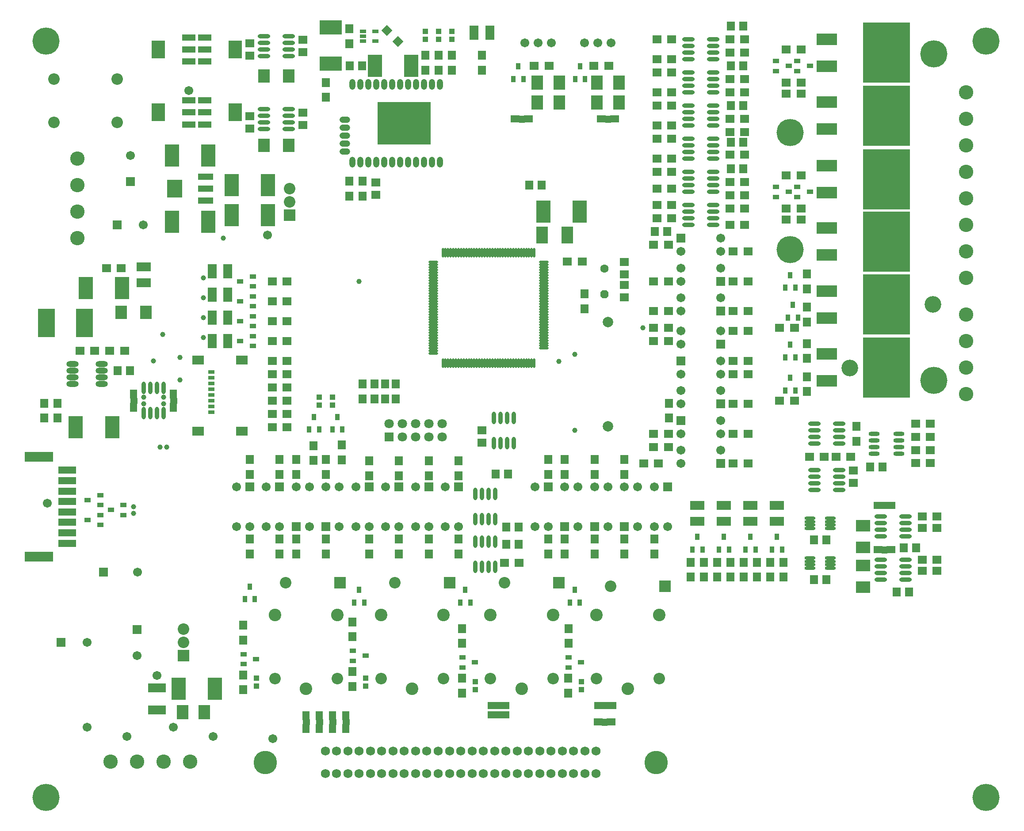
<source format=gts>
G04 Layer_Color=8388736*
%FSAX44Y44*%
%MOMM*%
G71*
G01*
G75*
%ADD124C,0.0000*%
%ADD125R,2.3032X2.5032*%
%ADD126R,2.6032X3.5032*%
%ADD127R,2.6032X1.2032*%
%ADD128R,1.5532X1.7032*%
%ADD129R,1.7032X1.4532*%
%ADD130R,1.4532X1.7032*%
%ADD131R,3.3282X5.5372*%
%ADD132O,1.8532X0.5032*%
%ADD133O,2.4032X0.8032*%
%ADD134R,0.9032X1.2032*%
%ADD135R,1.2032X0.9032*%
%ADD136R,4.0132X2.2332*%
%ADD137R,9.0932X11.6332*%
%ADD138O,0.5032X1.8532*%
G04:AMPARAMS|DCode=139|XSize=1.2032mm|YSize=2.0532mm|CornerRadius=0.6016mm|HoleSize=0mm|Usage=FLASHONLY|Rotation=0.000|XOffset=0mm|YOffset=0mm|HoleType=Round|Shape=RoundedRectangle|*
%AMROUNDEDRECTD139*
21,1,1.2032,0.8500,0,0,0.0*
21,1,0.0000,2.0532,0,0,0.0*
1,1,1.2032,0.0000,-0.4250*
1,1,1.2032,0.0000,-0.4250*
1,1,1.2032,0.0000,0.4250*
1,1,1.2032,0.0000,0.4250*
%
%ADD139ROUNDEDRECTD139*%
%ADD140R,2.8032X4.3032*%
%ADD141R,3.4032X1.7032*%
%ADD142R,3.4032X1.4032*%
%ADD143R,5.5032X1.9032*%
%ADD144O,2.1032X0.6132*%
%ADD145R,1.2032X0.8032*%
%ADD146R,1.2532X0.8032*%
%ADD147R,2.2032X1.7032*%
G04:AMPARAMS|DCode=148|XSize=1.2032mm|YSize=2.0532mm|CornerRadius=0.6016mm|HoleSize=0mm|Usage=FLASHONLY|Rotation=90.000|XOffset=0mm|YOffset=0mm|HoleType=Round|Shape=RoundedRectangle|*
%AMROUNDEDRECTD148*
21,1,1.2032,0.8500,0,0,90.0*
21,1,0.0000,2.0532,0,0,90.0*
1,1,1.2032,0.4250,0.0000*
1,1,1.2032,0.4250,0.0000*
1,1,1.2032,-0.4250,0.0000*
1,1,1.2032,-0.4250,0.0000*
%
%ADD148ROUNDEDRECTD148*%
%ADD149R,10.2032X8.2032*%
%ADD150P,2.1258X4X270.0*%
%ADD151R,2.3032X3.1932*%
%ADD152O,2.3532X1.1032*%
%ADD153O,2.1032X0.8032*%
%ADD154R,4.3032X2.8032*%
%ADD155R,1.6532X1.5532*%
%ADD156R,1.5532X1.6532*%
%ADD157R,1.7032X1.5532*%
%ADD158R,2.2032X2.7032*%
%ADD159R,2.7032X2.2032*%
%ADD160R,1.7032X2.8032*%
%ADD161R,2.8032X1.7032*%
%ADD162R,1.0032X1.0032*%
%ADD163O,0.8032X2.4032*%
%ADD164R,2.9032X1.2032*%
%ADD165R,2.9032X3.5032*%
%ADD166C,5.2032*%
%ADD167C,1.8032*%
%ADD168R,1.8032X1.8032*%
%ADD169C,2.7432*%
%ADD170R,2.2032X2.2032*%
%ADD171C,2.2032*%
%ADD172C,1.7032*%
%ADD173R,1.7032X1.7032*%
%ADD174C,1.7272*%
%ADD175C,4.4932*%
%ADD176R,1.7032X1.7032*%
%ADD177P,1.7353X8X112.5*%
%ADD178C,1.6032*%
%ADD179R,2.2032X2.2032*%
%ADD180C,2.4032*%
%ADD181C,2.0032*%
%ADD182C,1.0032*%
%ADD183C,3.2032*%
G36*
X01656080Y01619250D02*
X01645920D01*
Y01631950D01*
X01656080D01*
Y01619250D01*
D02*
G37*
G36*
X01490980D02*
X01480820D01*
Y01631950D01*
X01490980D01*
Y01619250D01*
D02*
G37*
G36*
X00825500Y01080770D02*
X00812800D01*
Y01090930D01*
X00825500D01*
Y01080770D01*
D02*
G37*
G36*
X00749300D02*
X00736600D01*
Y01090930D01*
X00749300D01*
Y01080770D01*
D02*
G37*
G36*
X02185670Y00878840D02*
X02175510D01*
Y00891540D01*
X02185670D01*
Y00878840D01*
D02*
G37*
G36*
Y00793750D02*
X02175510D01*
Y00806450D01*
X02185670D01*
Y00793750D01*
D02*
G37*
G36*
X01651000Y00495300D02*
X01640840D01*
Y00508000D01*
X01651000D01*
Y00495300D01*
D02*
G37*
G36*
X01446530D02*
X01436370D01*
Y00508000D01*
X01446530D01*
Y00495300D01*
D02*
G37*
G36*
Y00477520D02*
X01436370D01*
Y00490220D01*
X01446530D01*
Y00477520D01*
D02*
G37*
G36*
X01155700Y00464820D02*
X01143000D01*
Y00474980D01*
X01155700D01*
Y00464820D01*
D02*
G37*
G36*
X01130300D02*
X01117600D01*
Y00474980D01*
X01130300D01*
Y00464820D01*
D02*
G37*
G36*
X01104900D02*
X01092200D01*
Y00474980D01*
X01104900D01*
Y00464820D01*
D02*
G37*
G36*
X01079500D02*
X01066800D01*
Y00474980D01*
X01079500D01*
Y00464820D01*
D02*
G37*
G36*
X01649730Y00463550D02*
X01639570D01*
Y00476250D01*
X01649730D01*
Y00463550D01*
D02*
G37*
D124*
X01645920Y01631950D02*
X01656080D01*
Y01619250D02*
Y01631950D01*
X01645920Y01619250D02*
X01656080D01*
X01645920D02*
Y01631950D01*
X01480820Y01619250D02*
X01490980D01*
X01480820D02*
Y01631950D01*
X01490980D01*
Y01619250D02*
Y01631950D01*
X01079500Y00464820D02*
Y00474980D01*
X01066800Y00464820D02*
X01079500D01*
X01066800D02*
Y00474980D01*
X01079500D01*
X01104900Y00464820D02*
Y00474980D01*
X01092200Y00464820D02*
X01104900D01*
X01092200D02*
Y00474980D01*
X01104900D01*
X01130300Y00464820D02*
Y00474980D01*
X01117600Y00464820D02*
X01130300D01*
X01117600D02*
Y00474980D01*
X01130300D01*
X01155700Y00464820D02*
Y00474980D01*
X01143000Y00464820D02*
X01155700D01*
X01143000D02*
Y00474980D01*
X01155700D01*
X01436370Y00495300D02*
X01446530D01*
X01436370D02*
Y00508000D01*
X01446530D01*
Y00495300D02*
Y00508000D01*
X01436370Y00477520D02*
X01446530D01*
X01436370D02*
Y00490220D01*
X01446530D01*
Y00477520D02*
Y00490220D01*
X01640840Y00495300D02*
X01651000D01*
X01640840D02*
Y00508000D01*
X01651000D01*
Y00495300D02*
Y00508000D01*
X01639570Y00463550D02*
X01649730D01*
X01639570D02*
Y00476250D01*
X01649730D01*
Y00463550D02*
Y00476250D01*
X02175510Y00878840D02*
Y00891540D01*
Y00878840D02*
X02185670D01*
Y00891540D01*
X02175510D02*
X02185670D01*
Y00793750D02*
Y00806450D01*
X02175510D02*
X02185670D01*
X02175510Y00793750D02*
Y00806450D01*
Y00793750D02*
X02185670D01*
X00736600Y01080770D02*
X00749300D01*
Y01090930D01*
X00736600D02*
X00749300D01*
X00736600Y01080770D02*
Y01090930D01*
X00812800Y01080770D02*
X00825500D01*
Y01090930D01*
X00812800D02*
X00825500D01*
X00812800Y01080770D02*
Y01090930D01*
D125*
X00992250Y01574800D02*
D03*
X01039750D02*
D03*
Y01708150D02*
D03*
X00992250D02*
D03*
X00719200Y01254760D02*
D03*
X00766700D02*
D03*
D126*
X00937050Y01758950D02*
D03*
Y01638300D02*
D03*
X00790150Y01758950D02*
D03*
Y01638300D02*
D03*
D127*
X00879050Y01735950D02*
D03*
Y01758950D02*
D03*
Y01781950D02*
D03*
Y01661300D02*
D03*
Y01638300D02*
D03*
Y01615300D02*
D03*
X00848150Y01781950D02*
D03*
Y01758950D02*
D03*
Y01735950D02*
D03*
Y01615300D02*
D03*
Y01638300D02*
D03*
Y01661300D02*
D03*
D128*
X01767840Y01052550D02*
D03*
Y01081050D02*
D03*
X01111250Y01667230D02*
D03*
Y01695730D02*
D03*
X00571500Y01052550D02*
D03*
Y01081050D02*
D03*
X00596900Y01052550D02*
D03*
Y01081050D02*
D03*
X01111250Y00792200D02*
D03*
Y00820700D02*
D03*
Y00973100D02*
D03*
Y00944600D02*
D03*
X01739900Y00820700D02*
D03*
Y00792200D02*
D03*
X01568450Y00792200D02*
D03*
Y00820700D02*
D03*
Y00973100D02*
D03*
Y00944600D02*
D03*
X01682750Y00792200D02*
D03*
Y00820700D02*
D03*
Y00973100D02*
D03*
Y00944600D02*
D03*
X01536700Y00973100D02*
D03*
Y00944600D02*
D03*
Y00792200D02*
D03*
Y00820700D02*
D03*
X01625600Y00792200D02*
D03*
Y00820700D02*
D03*
Y00973100D02*
D03*
Y00944600D02*
D03*
X01365250Y00970560D02*
D03*
Y00942060D02*
D03*
X01365242Y00792200D02*
D03*
Y00820700D02*
D03*
X01576070Y00620750D02*
D03*
Y00649250D02*
D03*
X01574800Y00554000D02*
D03*
Y00525500D02*
D03*
X00965192Y00973100D02*
D03*
Y00944600D02*
D03*
Y00792200D02*
D03*
Y00820700D02*
D03*
X01087120Y00999770D02*
D03*
Y00971270D02*
D03*
X01409700Y01719300D02*
D03*
Y01747800D02*
D03*
X01250950Y00970560D02*
D03*
Y00942060D02*
D03*
X01054092Y00792200D02*
D03*
Y00820700D02*
D03*
X01250942Y00792200D02*
D03*
Y00820700D02*
D03*
X01054092Y00973100D02*
D03*
Y00944600D02*
D03*
X01162050Y00633450D02*
D03*
Y00661950D02*
D03*
Y00566700D02*
D03*
Y00538200D02*
D03*
X01193800Y00970560D02*
D03*
Y00942060D02*
D03*
X01193792Y00792200D02*
D03*
Y00820700D02*
D03*
X00952500Y00627100D02*
D03*
Y00655600D02*
D03*
Y00560350D02*
D03*
Y00531850D02*
D03*
X01155700Y01478000D02*
D03*
Y01506500D02*
D03*
X01301750Y01719300D02*
D03*
Y01747800D02*
D03*
X01327150Y01719300D02*
D03*
Y01747800D02*
D03*
X01352550Y01719300D02*
D03*
Y01747800D02*
D03*
X02127250Y01008100D02*
D03*
Y01036600D02*
D03*
X02032000Y01300200D02*
D03*
Y01328700D02*
D03*
Y01265200D02*
D03*
Y01236700D02*
D03*
Y01166850D02*
D03*
Y01195350D02*
D03*
Y01131850D02*
D03*
Y01103350D02*
D03*
X01181100Y01506500D02*
D03*
Y01478000D02*
D03*
Y01117880D02*
D03*
Y01089380D02*
D03*
X01203960Y01117880D02*
D03*
Y01089380D02*
D03*
X01224280Y01117880D02*
D03*
Y01089380D02*
D03*
X01244600Y01117880D02*
D03*
Y01089380D02*
D03*
X01371600Y00554000D02*
D03*
Y00525500D02*
D03*
Y00620750D02*
D03*
Y00649250D02*
D03*
X01308092Y00792200D02*
D03*
Y00820700D02*
D03*
X01308100Y00970560D02*
D03*
Y00942060D02*
D03*
X01141730Y01001040D02*
D03*
Y00972540D02*
D03*
X01606550Y01262100D02*
D03*
Y01290600D02*
D03*
X01936750Y00747750D02*
D03*
Y00776250D02*
D03*
X01911350Y00776250D02*
D03*
Y00747750D02*
D03*
X01885950Y00747750D02*
D03*
Y00776250D02*
D03*
X01860550Y00776250D02*
D03*
Y00747750D02*
D03*
X01809750Y00776250D02*
D03*
Y00747750D02*
D03*
X01987550Y00747750D02*
D03*
Y00776250D02*
D03*
X01962150Y00776250D02*
D03*
Y00747750D02*
D03*
X01835150Y00747750D02*
D03*
Y00776250D02*
D03*
X01022350Y00792200D02*
D03*
Y00820700D02*
D03*
Y00973100D02*
D03*
Y00944600D02*
D03*
X01155700Y01798600D02*
D03*
Y01770100D02*
D03*
D129*
X01638500Y01625600D02*
D03*
X01663500D02*
D03*
X01498400D02*
D03*
X01473400D02*
D03*
X01453950Y00501650D02*
D03*
X01428950D02*
D03*
X01453950Y00483870D02*
D03*
X01428950D02*
D03*
X01658420Y00501650D02*
D03*
X01633420D02*
D03*
X01657150Y00469900D02*
D03*
X01632150D02*
D03*
X02193090Y00885190D02*
D03*
X02168090D02*
D03*
Y00800100D02*
D03*
X02193090D02*
D03*
D130*
X01073150Y00482400D02*
D03*
Y00457400D02*
D03*
X01098550Y00482400D02*
D03*
Y00457400D02*
D03*
X01123950Y00482400D02*
D03*
Y00457400D02*
D03*
X01149350Y00482400D02*
D03*
Y00457400D02*
D03*
X00742950Y01098350D02*
D03*
Y01073350D02*
D03*
X00819150Y01098350D02*
D03*
Y01073350D02*
D03*
D131*
X00648268Y01234440D02*
D03*
X00576012D02*
D03*
D132*
X01316400Y01281150D02*
D03*
Y01276150D02*
D03*
Y01271150D02*
D03*
Y01266150D02*
D03*
Y01211150D02*
D03*
X01528400Y01186150D02*
D03*
Y01191150D02*
D03*
Y01196150D02*
D03*
Y01201150D02*
D03*
Y01206150D02*
D03*
Y01211150D02*
D03*
Y01216150D02*
D03*
Y01221150D02*
D03*
Y01226150D02*
D03*
Y01231150D02*
D03*
Y01236150D02*
D03*
Y01241150D02*
D03*
Y01246150D02*
D03*
Y01251150D02*
D03*
Y01256150D02*
D03*
Y01261150D02*
D03*
Y01266150D02*
D03*
Y01271150D02*
D03*
Y01276150D02*
D03*
Y01281150D02*
D03*
Y01286150D02*
D03*
Y01291150D02*
D03*
Y01296150D02*
D03*
Y01301150D02*
D03*
Y01306150D02*
D03*
Y01311150D02*
D03*
Y01316150D02*
D03*
Y01321150D02*
D03*
Y01326150D02*
D03*
Y01331150D02*
D03*
Y01336150D02*
D03*
Y01341150D02*
D03*
Y01346150D02*
D03*
Y01351150D02*
D03*
X01316400D02*
D03*
Y01346150D02*
D03*
Y01341150D02*
D03*
Y01336150D02*
D03*
Y01331150D02*
D03*
Y01326150D02*
D03*
Y01321150D02*
D03*
Y01316150D02*
D03*
Y01311150D02*
D03*
Y01306150D02*
D03*
Y01301150D02*
D03*
Y01296150D02*
D03*
Y01291150D02*
D03*
Y01286150D02*
D03*
Y01261150D02*
D03*
Y01256150D02*
D03*
Y01251150D02*
D03*
Y01246150D02*
D03*
Y01241150D02*
D03*
Y01236150D02*
D03*
Y01231150D02*
D03*
Y01226150D02*
D03*
Y01221150D02*
D03*
Y01216150D02*
D03*
Y01206150D02*
D03*
Y01201150D02*
D03*
Y01196150D02*
D03*
Y01191150D02*
D03*
Y01186150D02*
D03*
Y01181150D02*
D03*
Y01176150D02*
D03*
D133*
X01040000Y01606550D02*
D03*
Y01619250D02*
D03*
Y01631950D02*
D03*
Y01644650D02*
D03*
X00992000Y01606550D02*
D03*
Y01619250D02*
D03*
Y01631950D02*
D03*
Y01644650D02*
D03*
X01040000Y01746250D02*
D03*
Y01758950D02*
D03*
Y01771650D02*
D03*
Y01784350D02*
D03*
X00992000Y01746250D02*
D03*
Y01758950D02*
D03*
Y01771650D02*
D03*
Y01784350D02*
D03*
X01804800Y01524000D02*
D03*
Y01511300D02*
D03*
Y01498600D02*
D03*
Y01485900D02*
D03*
X01852800Y01524000D02*
D03*
Y01511300D02*
D03*
Y01498600D02*
D03*
Y01485900D02*
D03*
X01804800Y01460500D02*
D03*
Y01447800D02*
D03*
Y01435100D02*
D03*
Y01422400D02*
D03*
X01852800Y01460500D02*
D03*
Y01447800D02*
D03*
Y01435100D02*
D03*
Y01422400D02*
D03*
X02221100Y00825500D02*
D03*
Y00838200D02*
D03*
Y00850900D02*
D03*
Y00863600D02*
D03*
X02173100Y00825500D02*
D03*
Y00838200D02*
D03*
Y00850900D02*
D03*
Y00863600D02*
D03*
Y00781050D02*
D03*
Y00768350D02*
D03*
Y00755650D02*
D03*
Y00742950D02*
D03*
X02221100Y00781050D02*
D03*
Y00768350D02*
D03*
Y00755650D02*
D03*
Y00742950D02*
D03*
X01804800Y01587500D02*
D03*
Y01574800D02*
D03*
Y01562100D02*
D03*
Y01549400D02*
D03*
X01852800Y01587500D02*
D03*
Y01574800D02*
D03*
Y01562100D02*
D03*
Y01549400D02*
D03*
X02094100Y00914400D02*
D03*
Y00927100D02*
D03*
Y00939800D02*
D03*
Y00952500D02*
D03*
X02046100Y00914400D02*
D03*
Y00927100D02*
D03*
Y00939800D02*
D03*
Y00952500D02*
D03*
X01804800Y01651000D02*
D03*
Y01638300D02*
D03*
Y01625600D02*
D03*
Y01612900D02*
D03*
X01852800Y01651000D02*
D03*
Y01638300D02*
D03*
Y01625600D02*
D03*
Y01612900D02*
D03*
Y01676400D02*
D03*
Y01689100D02*
D03*
Y01701800D02*
D03*
Y01714500D02*
D03*
X01804800Y01676400D02*
D03*
Y01689100D02*
D03*
Y01701800D02*
D03*
Y01714500D02*
D03*
Y01778000D02*
D03*
Y01765300D02*
D03*
Y01752600D02*
D03*
Y01739900D02*
D03*
X01852800Y01778000D02*
D03*
Y01765300D02*
D03*
Y01752600D02*
D03*
Y01739900D02*
D03*
X02094100Y01003300D02*
D03*
Y01016000D02*
D03*
Y01028700D02*
D03*
Y01041400D02*
D03*
X02046100Y01003300D02*
D03*
Y01016000D02*
D03*
Y01028700D02*
D03*
Y01041400D02*
D03*
D134*
X01578000Y00699200D02*
D03*
X01597000D02*
D03*
X01587500Y00723200D02*
D03*
X01377950D02*
D03*
X01387450Y00699200D02*
D03*
X01368450D02*
D03*
X01165250D02*
D03*
X01184250D02*
D03*
X01174750Y00723200D02*
D03*
X01974850Y00824800D02*
D03*
X01984350Y00800800D02*
D03*
X01965350D02*
D03*
X01924050Y00824800D02*
D03*
X01933550Y00800800D02*
D03*
X01914550D02*
D03*
X01873250Y00824800D02*
D03*
X01882750Y00800800D02*
D03*
X01863750D02*
D03*
X01822450Y00824800D02*
D03*
X01831950Y00800800D02*
D03*
X01812950D02*
D03*
X00955700Y00705550D02*
D03*
X00974700D02*
D03*
X00965200Y00729550D02*
D03*
X02000250Y01326450D02*
D03*
X02009750Y01302450D02*
D03*
X01990750D02*
D03*
X02005330Y01269300D02*
D03*
X02014830Y01245300D02*
D03*
X01995830D02*
D03*
X02000250Y01129600D02*
D03*
X02009750Y01105600D02*
D03*
X01990750D02*
D03*
X02000250Y01193100D02*
D03*
X02009750Y01169100D02*
D03*
X01990750D02*
D03*
X01479550Y01726500D02*
D03*
X01489050Y01702500D02*
D03*
X01470050D02*
D03*
X01597660Y01726500D02*
D03*
X01607160Y01702500D02*
D03*
X01588160D02*
D03*
X01088390Y01054670D02*
D03*
X01097890Y01030670D02*
D03*
X01078890D02*
D03*
X01132840Y01054670D02*
D03*
X01142340Y01030670D02*
D03*
X01123340D02*
D03*
D135*
X01575500Y00593700D02*
D03*
Y00574700D02*
D03*
X01599500Y00584200D02*
D03*
X01396300D02*
D03*
X01372300Y00574700D02*
D03*
Y00593700D02*
D03*
X01162750Y00606400D02*
D03*
Y00587400D02*
D03*
X01186750Y00596900D02*
D03*
X00953200Y00600050D02*
D03*
Y00581050D02*
D03*
X00977200Y00590550D02*
D03*
X00699200Y00876300D02*
D03*
X00723200Y00885800D02*
D03*
Y00866800D02*
D03*
X00654750Y00895350D02*
D03*
X00678750Y00904850D02*
D03*
Y00885850D02*
D03*
X00654750Y00857250D02*
D03*
X00678750Y00866750D02*
D03*
Y00847750D02*
D03*
X02037650Y01485900D02*
D03*
X02013650Y01476400D02*
D03*
Y01495400D02*
D03*
X01997010Y01485900D02*
D03*
X01973010Y01476400D02*
D03*
Y01495400D02*
D03*
X01997010Y01727200D02*
D03*
X01973010Y01717700D02*
D03*
Y01736700D02*
D03*
X02037650Y01727200D02*
D03*
X02013650Y01717700D02*
D03*
Y01736700D02*
D03*
X00946850Y01200150D02*
D03*
X00970850Y01209650D02*
D03*
Y01190650D02*
D03*
X00946850Y01238250D02*
D03*
X00970850Y01247750D02*
D03*
Y01228750D02*
D03*
X00946850Y01276350D02*
D03*
X00970850Y01285850D02*
D03*
Y01266850D02*
D03*
X00946850Y01314450D02*
D03*
X00970850Y01323950D02*
D03*
Y01304950D02*
D03*
D136*
X02070100Y01484080D02*
D03*
Y01535980D02*
D03*
Y01726650D02*
D03*
Y01778550D02*
D03*
Y01364700D02*
D03*
Y01416600D02*
D03*
Y01606000D02*
D03*
Y01657900D02*
D03*
Y01123400D02*
D03*
Y01175300D02*
D03*
Y01244050D02*
D03*
Y01295950D02*
D03*
D137*
X02184400Y01510030D02*
D03*
Y01752600D02*
D03*
Y01390650D02*
D03*
Y01631950D02*
D03*
Y01149350D02*
D03*
Y01270000D02*
D03*
D138*
X01459900Y01369650D02*
D03*
X01464900D02*
D03*
X01489900D02*
D03*
X01484900D02*
D03*
X01509900D02*
D03*
X01504900D02*
D03*
X01499900D02*
D03*
X01494900D02*
D03*
X01479900D02*
D03*
X01474900D02*
D03*
X01469900D02*
D03*
X01454900D02*
D03*
X01449900D02*
D03*
X01444900D02*
D03*
X01439900D02*
D03*
X01434900D02*
D03*
X01429900D02*
D03*
X01424900D02*
D03*
X01419900D02*
D03*
X01414900D02*
D03*
X01409900D02*
D03*
X01404900D02*
D03*
X01399900D02*
D03*
X01394900D02*
D03*
X01389900D02*
D03*
X01384900D02*
D03*
X01379900D02*
D03*
X01374900D02*
D03*
X01369900D02*
D03*
X01364900D02*
D03*
X01359900D02*
D03*
X01354900D02*
D03*
X01349900D02*
D03*
X01344900D02*
D03*
X01339900D02*
D03*
X01334900D02*
D03*
Y01157650D02*
D03*
X01339900D02*
D03*
X01344900D02*
D03*
X01349900D02*
D03*
X01354900D02*
D03*
X01359900D02*
D03*
X01364900D02*
D03*
X01369900D02*
D03*
X01374900D02*
D03*
X01379900D02*
D03*
X01384900D02*
D03*
X01389900D02*
D03*
X01394900D02*
D03*
X01399900D02*
D03*
X01404900D02*
D03*
X01409900D02*
D03*
X01414900D02*
D03*
X01419900D02*
D03*
X01424900D02*
D03*
X01429900D02*
D03*
X01434900D02*
D03*
X01439900D02*
D03*
X01444900D02*
D03*
X01449900D02*
D03*
X01454900D02*
D03*
X01459900D02*
D03*
X01464900D02*
D03*
X01469900D02*
D03*
X01474900D02*
D03*
X01479900D02*
D03*
X01484900D02*
D03*
X01489900D02*
D03*
X01494900D02*
D03*
X01499900D02*
D03*
X01504900D02*
D03*
X01509900D02*
D03*
D139*
X01283970Y01543050D02*
D03*
X01238250D02*
D03*
X01268730D02*
D03*
X01299210D02*
D03*
X01162050Y01691750D02*
D03*
X01177290D02*
D03*
X01192530D02*
D03*
X01207770D02*
D03*
X01223010D02*
D03*
X01238250D02*
D03*
X01253490D02*
D03*
X01268730D02*
D03*
X01283970D02*
D03*
X01299210D02*
D03*
X01314450D02*
D03*
X01329690D02*
D03*
Y01543050D02*
D03*
X01314450D02*
D03*
X01253490D02*
D03*
X01223010D02*
D03*
X01207770D02*
D03*
X01192530D02*
D03*
X01177290D02*
D03*
X01162050D02*
D03*
D140*
X01527100Y01447800D02*
D03*
X01597100D02*
D03*
X00720800Y01301750D02*
D03*
X00650800D02*
D03*
X00701750Y01035050D02*
D03*
X00631750D02*
D03*
X00898600Y00533400D02*
D03*
X00828600D02*
D03*
X01274520Y01727200D02*
D03*
X01204520D02*
D03*
X00930200Y01498600D02*
D03*
X01000200D02*
D03*
X00930200Y01441450D02*
D03*
X01000200D02*
D03*
X00815900Y01555750D02*
D03*
X00885900D02*
D03*
Y01428750D02*
D03*
X00815900D02*
D03*
D141*
X00787400Y00493350D02*
D03*
Y00535350D02*
D03*
D142*
X00615950Y00812500D02*
D03*
Y00832500D02*
D03*
Y00852500D02*
D03*
Y00872500D02*
D03*
Y00892500D02*
D03*
Y00912500D02*
D03*
Y00932500D02*
D03*
Y00952500D02*
D03*
D143*
X00561150Y00787150D02*
D03*
Y00978150D02*
D03*
D144*
X02037650Y00784450D02*
D03*
Y00777950D02*
D03*
Y00771450D02*
D03*
Y00764950D02*
D03*
X02077150Y00784450D02*
D03*
Y00777950D02*
D03*
Y00771450D02*
D03*
Y00764950D02*
D03*
Y00841150D02*
D03*
Y00847650D02*
D03*
Y00854150D02*
D03*
Y00860650D02*
D03*
X02037650Y00841150D02*
D03*
Y00847650D02*
D03*
Y00854150D02*
D03*
Y00860650D02*
D03*
D145*
X01181800Y01793850D02*
D03*
Y01784350D02*
D03*
Y01774850D02*
D03*
X01205800D02*
D03*
Y01793850D02*
D03*
D146*
X00891260Y01140620D02*
D03*
Y01129620D02*
D03*
Y01118620D02*
D03*
Y01107620D02*
D03*
Y01096620D02*
D03*
Y01085620D02*
D03*
Y01074620D02*
D03*
Y01063620D02*
D03*
D147*
X00949960Y01163320D02*
D03*
Y01027320D02*
D03*
X00865960Y01163320D02*
D03*
Y01027320D02*
D03*
D148*
X01147350Y01562850D02*
D03*
Y01578090D02*
D03*
Y01593330D02*
D03*
Y01608570D02*
D03*
Y01623810D02*
D03*
D149*
X01261050Y01617400D02*
D03*
D150*
X01227644Y01794957D02*
D03*
X01248857Y01773743D02*
D03*
D151*
X01573450Y01403350D02*
D03*
X01525350D02*
D03*
D152*
X00626050Y01155700D02*
D03*
Y01143000D02*
D03*
Y01130300D02*
D03*
Y01117600D02*
D03*
X00682050Y01155700D02*
D03*
Y01143000D02*
D03*
Y01130300D02*
D03*
Y01117600D02*
D03*
D153*
X02160900Y01022350D02*
D03*
Y01009650D02*
D03*
Y00996950D02*
D03*
Y00984250D02*
D03*
X02207900Y01022350D02*
D03*
Y01009650D02*
D03*
Y00996950D02*
D03*
Y00984250D02*
D03*
D154*
X01120140Y01801570D02*
D03*
Y01731570D02*
D03*
D155*
X00965200Y01607500D02*
D03*
Y01631000D02*
D03*
X01066800Y01637350D02*
D03*
Y01613850D02*
D03*
X00965200Y01747200D02*
D03*
Y01770700D02*
D03*
X01066800Y01777050D02*
D03*
Y01753550D02*
D03*
X02120900Y00951550D02*
D03*
Y00928050D02*
D03*
X01206500Y01480500D02*
D03*
Y01504000D02*
D03*
X01682750Y01307150D02*
D03*
Y01283650D02*
D03*
Y01328100D02*
D03*
Y01351600D02*
D03*
X01409700Y01029020D02*
D03*
Y01005520D02*
D03*
D156*
X00735650Y01143000D02*
D03*
X00712150D02*
D03*
X01910400Y01530350D02*
D03*
X01886900D02*
D03*
X01740850Y01409700D02*
D03*
X01764350D02*
D03*
X02240920Y00803910D02*
D03*
X02217420D02*
D03*
X02069150Y00819150D02*
D03*
X02045650D02*
D03*
X02227900Y00718820D02*
D03*
X02204400D02*
D03*
X02069150Y00742950D02*
D03*
X02045650D02*
D03*
X01180150Y01727200D02*
D03*
X01156650D02*
D03*
X01910400Y01581150D02*
D03*
X01886900D02*
D03*
X01910400Y01651000D02*
D03*
X01886900D02*
D03*
X02177100Y00958850D02*
D03*
X02153600D02*
D03*
X01910400Y01803400D02*
D03*
X01886900D02*
D03*
X01910400Y01727200D02*
D03*
X01886900D02*
D03*
X01524320Y01498600D02*
D03*
X01500820D02*
D03*
X01459550Y00944880D02*
D03*
X01436050D02*
D03*
X01479870Y00843280D02*
D03*
X01456370D02*
D03*
X01479870Y00810260D02*
D03*
X01456370D02*
D03*
D157*
X01890750Y01162050D02*
D03*
X01919250D02*
D03*
X00725450Y01181100D02*
D03*
X00696950D02*
D03*
X00668300D02*
D03*
X00639800D02*
D03*
X01919250Y01079500D02*
D03*
X01890750D02*
D03*
X01719300Y00965200D02*
D03*
X01747800D02*
D03*
X01919250D02*
D03*
X01890750D02*
D03*
X01738350Y00996950D02*
D03*
X01766850D02*
D03*
X01890750Y01022350D02*
D03*
X01919250D02*
D03*
X01738350D02*
D03*
X01766850D02*
D03*
X01890750Y01136650D02*
D03*
X01919250D02*
D03*
X01738350Y01200150D02*
D03*
X01766850D02*
D03*
X01890750Y01219200D02*
D03*
X01919250D02*
D03*
X01738350Y01225550D02*
D03*
X01766850D02*
D03*
X00690600Y01339850D02*
D03*
X00719100D02*
D03*
X01538250Y01727200D02*
D03*
X01509750D02*
D03*
X01652550D02*
D03*
X01624050D02*
D03*
X02240000Y00966470D02*
D03*
X02268500D02*
D03*
X01036600Y01162050D02*
D03*
X01008100D02*
D03*
X01036600Y01136650D02*
D03*
X01008100D02*
D03*
X01036600Y01111250D02*
D03*
X01008100D02*
D03*
X01036600Y01085850D02*
D03*
X01008100D02*
D03*
X01036600Y01035050D02*
D03*
X01008100D02*
D03*
X01036600Y01060450D02*
D03*
X01008100D02*
D03*
X01744700Y01492250D02*
D03*
X01773200D02*
D03*
X01744700Y01524000D02*
D03*
X01773200D02*
D03*
X01912900Y01479550D02*
D03*
X01884400D02*
D03*
X01912900Y01504950D02*
D03*
X01884400D02*
D03*
X02252700Y00842010D02*
D03*
X02281200D02*
D03*
X01744700Y01435100D02*
D03*
X01773200D02*
D03*
X02252700Y00863600D02*
D03*
X02281200D02*
D03*
X01884400Y01422400D02*
D03*
X01912900D02*
D03*
X02252700Y00781050D02*
D03*
X02281200D02*
D03*
X02281200Y00759460D02*
D03*
X02252700D02*
D03*
X01744700Y01549400D02*
D03*
X01773200D02*
D03*
X01744700Y01587500D02*
D03*
X01773200D02*
D03*
X02240000Y01041400D02*
D03*
X02268500D02*
D03*
X01744700Y01612900D02*
D03*
X01773200D02*
D03*
X02268500Y01016000D02*
D03*
X02240000D02*
D03*
X01744700Y01651000D02*
D03*
X01773200D02*
D03*
X01912900Y01557020D02*
D03*
X01884400D02*
D03*
X01912900Y01600200D02*
D03*
X01884400D02*
D03*
X01912900Y01625600D02*
D03*
X01884400D02*
D03*
X02116100Y00977900D02*
D03*
X02087600D02*
D03*
X02065300D02*
D03*
X02036800D02*
D03*
X02240000Y00990600D02*
D03*
X02268500D02*
D03*
X01919250Y01257300D02*
D03*
X01890750D02*
D03*
X01738350D02*
D03*
X01766850D02*
D03*
X01890750Y01371600D02*
D03*
X01919250D02*
D03*
X01738350Y01384300D02*
D03*
X01766850D02*
D03*
X01919250Y01314450D02*
D03*
X01890750D02*
D03*
X01738350D02*
D03*
X01766850D02*
D03*
X02008150Y01225550D02*
D03*
X01979650D02*
D03*
X01912900Y01701800D02*
D03*
X01884400D02*
D03*
X01773200Y01676400D02*
D03*
X01744700D02*
D03*
X02008150Y01085850D02*
D03*
X01979650D02*
D03*
X01773200Y01714500D02*
D03*
X01744700D02*
D03*
X01912900Y01676400D02*
D03*
X01884400D02*
D03*
X02020850Y01432560D02*
D03*
X01992350D02*
D03*
X02020850Y01454150D02*
D03*
X01992350D02*
D03*
X02020850Y01517650D02*
D03*
X01992350D02*
D03*
X01912900Y01752600D02*
D03*
X01884400D02*
D03*
X02020850Y01673860D02*
D03*
X01992350D02*
D03*
X01773200Y01739900D02*
D03*
X01744700D02*
D03*
X02020850Y01695450D02*
D03*
X01992350D02*
D03*
X02020850Y01758950D02*
D03*
X01992350D02*
D03*
X01773200Y01778000D02*
D03*
X01744700D02*
D03*
X01912900D02*
D03*
X01884400D02*
D03*
X01912900Y01454150D02*
D03*
X01884400D02*
D03*
X01744700Y01460500D02*
D03*
X01773200D02*
D03*
X01573250Y01352550D02*
D03*
X01601750D02*
D03*
X01481100Y00774700D02*
D03*
X01452600D02*
D03*
X01036600Y01200150D02*
D03*
X01008100D02*
D03*
X01036600Y01238250D02*
D03*
X01008100D02*
D03*
X01036600Y01276350D02*
D03*
X01008100D02*
D03*
X01036600Y01314450D02*
D03*
X01008100D02*
D03*
D158*
X00878250Y00488950D02*
D03*
X00836250D02*
D03*
X01557700Y01657350D02*
D03*
X01515700D02*
D03*
X01630000D02*
D03*
X01672000D02*
D03*
X01515700Y01695450D02*
D03*
X01557700D02*
D03*
X01672000D02*
D03*
X01630000D02*
D03*
D159*
X02139950Y00728300D02*
D03*
Y00770300D02*
D03*
Y00846500D02*
D03*
Y00804500D02*
D03*
D160*
X01394700Y01790700D02*
D03*
X01424700D02*
D03*
X00923050Y01200150D02*
D03*
X00893050D02*
D03*
X00923050Y01244600D02*
D03*
X00893050D02*
D03*
X00923050Y01289050D02*
D03*
X00893050D02*
D03*
X00923050Y01333500D02*
D03*
X00893050D02*
D03*
D161*
X00762000Y01312150D02*
D03*
Y01342150D02*
D03*
X01924050Y00884950D02*
D03*
Y00854950D02*
D03*
X01873250Y00884950D02*
D03*
Y00854950D02*
D03*
X01822450Y00884950D02*
D03*
Y00854950D02*
D03*
X01974850Y00884950D02*
D03*
Y00854950D02*
D03*
D162*
X01600200Y00547250D02*
D03*
Y00532250D02*
D03*
X01098550Y01092080D02*
D03*
Y01077080D02*
D03*
X01187450Y00553600D02*
D03*
Y00538600D02*
D03*
X00977900D02*
D03*
Y00553600D02*
D03*
X01397000Y00547250D02*
D03*
Y00532250D02*
D03*
X01123950Y01092080D02*
D03*
Y01077080D02*
D03*
X01301750Y01778120D02*
D03*
Y01793120D02*
D03*
X01327150D02*
D03*
Y01778120D02*
D03*
X01352550D02*
D03*
Y01793120D02*
D03*
D163*
X01470660Y01052700D02*
D03*
X01457960D02*
D03*
X01445260D02*
D03*
X01432560D02*
D03*
X01470660Y01004700D02*
D03*
X01457960D02*
D03*
X01445260D02*
D03*
X01432560D02*
D03*
X00800100Y01109850D02*
D03*
X00787400D02*
D03*
X00774700D02*
D03*
X00762000D02*
D03*
X00800100Y01061850D02*
D03*
X00787400D02*
D03*
X00774700D02*
D03*
X00762000D02*
D03*
X01397000Y00858650D02*
D03*
X01409700D02*
D03*
X01422400D02*
D03*
X01435100D02*
D03*
X01397000Y00906650D02*
D03*
X01409700D02*
D03*
X01422400D02*
D03*
X01435100D02*
D03*
X01397000Y00767210D02*
D03*
X01435100D02*
D03*
X01397000Y00815210D02*
D03*
X01409700D02*
D03*
X01422400D02*
D03*
X01435100D02*
D03*
X01422400Y00767210D02*
D03*
X01409700D02*
D03*
D164*
X00880400Y01469250D02*
D03*
Y01492250D02*
D03*
Y01515250D02*
D03*
D165*
X00821400Y01492250D02*
D03*
D166*
X02275000Y01750000D02*
D03*
Y01125000D02*
D03*
X02000000Y01375000D02*
D03*
Y01600000D02*
D03*
X02375000Y00325000D02*
D03*
X00575000D02*
D03*
X02375000Y01775000D02*
D03*
X00575000D02*
D03*
D167*
X01333500Y01041400D02*
D03*
Y01016000D02*
D03*
X01308100Y01041400D02*
D03*
Y01016000D02*
D03*
X01282700Y01041400D02*
D03*
Y01016000D02*
D03*
X01257300Y01041400D02*
D03*
Y01016000D02*
D03*
X01231900Y01041400D02*
D03*
D168*
Y01016000D02*
D03*
D169*
X02336800Y01098550D02*
D03*
Y01200150D02*
D03*
Y01149350D02*
D03*
Y01250950D02*
D03*
Y01574800D02*
D03*
Y01524000D02*
D03*
Y01473200D02*
D03*
Y01371600D02*
D03*
Y01422400D02*
D03*
Y01320800D02*
D03*
Y01625600D02*
D03*
Y01676400D02*
D03*
X00635000Y01397000D02*
D03*
Y01498600D02*
D03*
Y01447800D02*
D03*
Y01549400D02*
D03*
X00850900Y00393700D02*
D03*
X00749300D02*
D03*
X00800100D02*
D03*
X00698500D02*
D03*
D170*
X01041400Y01441450D02*
D03*
X00838200Y00596900D02*
D03*
D171*
X01041400Y01466850D02*
D03*
Y01492250D02*
D03*
X01033550Y00736600D02*
D03*
X01243100D02*
D03*
X01452650D02*
D03*
X01013150Y00553400D02*
D03*
X01133150D02*
D03*
X01216350D02*
D03*
X01336350D02*
D03*
X01655850Y00730250D02*
D03*
X00838200Y00647700D02*
D03*
Y00622300D02*
D03*
X01629100Y00553400D02*
D03*
X01749100D02*
D03*
X01425900D02*
D03*
X01545900D02*
D03*
X00711200Y01619250D02*
D03*
Y01701800D02*
D03*
X00590550Y01619250D02*
D03*
Y01701800D02*
D03*
D172*
X00750050Y00756920D02*
D03*
X00761600Y01422400D02*
D03*
X01790700Y01104900D02*
D03*
Y01079500D02*
D03*
X01866900Y01104900D02*
D03*
X01739900Y00920750D02*
D03*
X01765300Y00844550D02*
D03*
X01739900D02*
D03*
X01708150D02*
D03*
X01682750Y00920750D02*
D03*
X01708150D02*
D03*
X01651000D02*
D03*
X01625600D02*
D03*
X01651000Y00844550D02*
D03*
X01593850Y00920750D02*
D03*
X01568450D02*
D03*
X01593850Y00844550D02*
D03*
X00996950D02*
D03*
X01022350D02*
D03*
X00996950Y00920750D02*
D03*
X01790700Y01022350D02*
D03*
X01866900Y01047750D02*
D03*
Y01022350D02*
D03*
X00654050Y00459740D02*
D03*
X00730250Y00441960D02*
D03*
X00819150Y00459740D02*
D03*
X00895350Y00441960D02*
D03*
X01606550Y01771650D02*
D03*
X01631950D02*
D03*
X01657350D02*
D03*
X01492250D02*
D03*
X01517650D02*
D03*
X01543050D02*
D03*
X01136650Y00844550D02*
D03*
X01111250Y00920750D02*
D03*
X01136650D02*
D03*
X01790700Y00990600D02*
D03*
Y00965200D02*
D03*
X01866900Y00990600D02*
D03*
X01511300Y00920750D02*
D03*
X01536700Y00844550D02*
D03*
X01511300D02*
D03*
X01866900Y01136650D02*
D03*
Y01162050D02*
D03*
X01790700Y01136650D02*
D03*
X01866900Y01219200D02*
D03*
X01790700Y01193800D02*
D03*
Y01219200D02*
D03*
X01339842Y00844550D02*
D03*
X01365242D02*
D03*
X01339842Y00920750D02*
D03*
X00939792D02*
D03*
X00965192Y00844550D02*
D03*
X00939792D02*
D03*
X01225542D02*
D03*
X01250942D02*
D03*
X01225542Y00920750D02*
D03*
X01079492Y00844550D02*
D03*
X01054092Y00920750D02*
D03*
X01079492D02*
D03*
X01168392Y00844550D02*
D03*
X01193792D02*
D03*
X01168392Y00920750D02*
D03*
X01866900Y01282700D02*
D03*
X01790700Y01257300D02*
D03*
Y01282700D02*
D03*
X01866900Y01371600D02*
D03*
Y01397000D02*
D03*
X01790700Y01371600D02*
D03*
X01866900Y01339850D02*
D03*
X01790700Y01314450D02*
D03*
Y01339850D02*
D03*
X01282692Y00844550D02*
D03*
X01308092D02*
D03*
X01282692Y00920750D02*
D03*
X00653650Y00622300D02*
D03*
X00749300Y00597300D02*
D03*
X00736600Y01555350D02*
D03*
X00999490Y01403350D02*
D03*
X00848360Y01680210D02*
D03*
X00787400Y00558800D02*
D03*
X00577850Y00889000D02*
D03*
X01009650Y00438150D02*
D03*
D173*
X00685050Y00756920D02*
D03*
X00711600Y01422400D02*
D03*
X01866900Y01079500D02*
D03*
X01790700Y01047750D02*
D03*
X01866900Y00965200D02*
D03*
X01790700Y01162050D02*
D03*
X01866900Y01193800D02*
D03*
Y01257300D02*
D03*
X01790700Y01397000D02*
D03*
X01866900Y01314450D02*
D03*
X00603650Y00622300D02*
D03*
D174*
X01131580Y00414020D02*
D03*
X01109980D02*
D03*
X01174780D02*
D03*
X01196380D02*
D03*
X01217980D02*
D03*
X01239580D02*
D03*
X01261180D02*
D03*
X01282780D02*
D03*
X01304380D02*
D03*
X01325980D02*
D03*
X01347580D02*
D03*
X01369180D02*
D03*
X01390780D02*
D03*
X01412380D02*
D03*
X01433980D02*
D03*
X01455580D02*
D03*
X01477180D02*
D03*
X01498780D02*
D03*
X01520380D02*
D03*
X01541980D02*
D03*
X01563580D02*
D03*
X01585180D02*
D03*
X01606780D02*
D03*
X01628380D02*
D03*
X01109980Y00371120D02*
D03*
X01131580D02*
D03*
X01153180D02*
D03*
X01174780D02*
D03*
X01196380D02*
D03*
X01217980D02*
D03*
X01239580D02*
D03*
X01261180D02*
D03*
X01282780D02*
D03*
X01304380D02*
D03*
X01325980D02*
D03*
X01347580D02*
D03*
X01369180D02*
D03*
X01390780D02*
D03*
X01412380D02*
D03*
X01433980D02*
D03*
X01455580D02*
D03*
X01477180D02*
D03*
X01498780D02*
D03*
X01520380D02*
D03*
X01541980D02*
D03*
X01563580D02*
D03*
X01585180D02*
D03*
X01606780D02*
D03*
X01153180Y00414020D02*
D03*
X01628380Y00371120D02*
D03*
D175*
X01743680Y00392570D02*
D03*
X00994680D02*
D03*
D176*
X01765300Y00920750D02*
D03*
X01682750Y00844550D02*
D03*
X01625600D02*
D03*
X01568450D02*
D03*
X01022350Y00920750D02*
D03*
X01111250Y00844550D02*
D03*
X01536700Y00920750D02*
D03*
X01365242D02*
D03*
X00965192D02*
D03*
X01250942D02*
D03*
X01054092Y00844550D02*
D03*
X01193792Y00920750D02*
D03*
X01308092D02*
D03*
X00749300Y00647300D02*
D03*
X00736600Y01505350D02*
D03*
D177*
X01644650Y01290050D02*
D03*
D178*
Y01338850D02*
D03*
D179*
X01138150Y00736600D02*
D03*
X01347700D02*
D03*
X01557250D02*
D03*
X01760450Y00730250D02*
D03*
D180*
X01013150Y00675400D02*
D03*
X01133150D02*
D03*
X01216350D02*
D03*
X01336350D02*
D03*
X01689100Y00533400D02*
D03*
X01629100Y00675400D02*
D03*
X01749100D02*
D03*
X01485900Y00533400D02*
D03*
X01425900Y00675400D02*
D03*
X01545900D02*
D03*
X01276350Y00533400D02*
D03*
X01073150D02*
D03*
D181*
X01651000Y01036650D02*
D03*
Y01236650D02*
D03*
D182*
X00800100Y01092200D02*
D03*
X00831850Y01168400D02*
D03*
Y01125220D02*
D03*
X00800100Y01079500D02*
D03*
X00806450Y00996950D02*
D03*
X00742950Y00869950D02*
D03*
X00793750Y00996950D02*
D03*
X00742950Y00882650D02*
D03*
X00762000Y01092200D02*
D03*
X01587500Y01174750D02*
D03*
X01718310Y01225550D02*
D03*
X01174750Y01314450D02*
D03*
X00876300Y01320800D02*
D03*
Y01282700D02*
D03*
Y01244600D02*
D03*
Y01206500D02*
D03*
X01557020Y01160780D02*
D03*
X01587500Y01028700D02*
D03*
X00762000Y01079500D02*
D03*
X00914400Y01397000D02*
D03*
X00798830Y01212850D02*
D03*
X00781050Y01162050D02*
D03*
D183*
X02114550Y01148080D02*
D03*
X02273300Y01270000D02*
D03*
M02*

</source>
